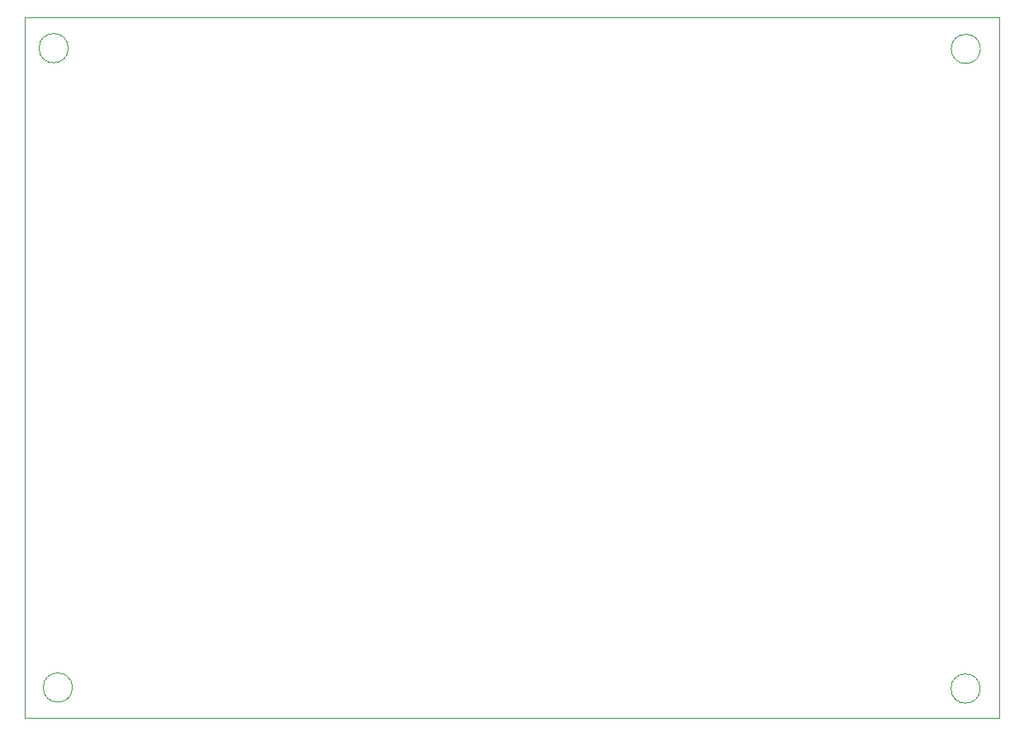
<source format=gbr>
%TF.GenerationSoftware,KiCad,Pcbnew,8.0.3*%
%TF.CreationDate,2025-02-22T15:06:50+05:30*%
%TF.ProjectId,messenger_Project,6d657373-656e-4676-9572-5f50726f6a65,rev?*%
%TF.SameCoordinates,Original*%
%TF.FileFunction,Profile,NP*%
%FSLAX46Y46*%
G04 Gerber Fmt 4.6, Leading zero omitted, Abs format (unit mm)*
G04 Created by KiCad (PCBNEW 8.0.3) date 2025-02-22 15:06:50*
%MOMM*%
%LPD*%
G01*
G04 APERTURE LIST*
%TA.AperFunction,Profile*%
%ADD10C,0.050000*%
%TD*%
G04 APERTURE END LIST*
D10*
X97842200Y-124358400D02*
G75*
G02*
X94842200Y-124358400I-1500000J0D01*
G01*
X94842200Y-124358400D02*
G75*
G02*
X97842200Y-124358400I1500000J0D01*
G01*
X190984000Y-124460000D02*
G75*
G02*
X187984000Y-124460000I-1500000J0D01*
G01*
X187984000Y-124460000D02*
G75*
G02*
X190984000Y-124460000I1500000J0D01*
G01*
X191009400Y-58748800D02*
G75*
G02*
X188009400Y-58748800I-1500000J0D01*
G01*
X188009400Y-58748800D02*
G75*
G02*
X191009400Y-58748800I1500000J0D01*
G01*
X97412948Y-58674000D02*
G75*
G02*
X94412948Y-58674000I-1500000J0D01*
G01*
X94412948Y-58674000D02*
G75*
G02*
X97412948Y-58674000I1500000J0D01*
G01*
X92938400Y-55508000D02*
X192938400Y-55508000D01*
X192938400Y-127508000D01*
X92938400Y-127508000D01*
X92938400Y-55508000D01*
M02*

</source>
